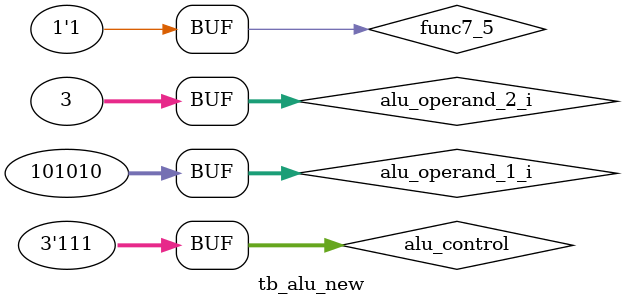
<source format=sv>
module tb_alu_new();
   parameter      DW = 32;
   logic          func7_5;
   logic [DW-1:0] alu_operand_1_i;
   logic [DW-1:0] alu_operand_2_i;
   logic [2:0]    alu_control;
   logic [DW-1:0] alu_result_o;


`timescale 1ns/1ps
alu_new #(
   .DW(DW)
)i_alu_new(
   .func7_5(func7_5),

   .alu_operand_1_i(alu_operand_1_i),
   .alu_operand_2_i(alu_operand_2_i),
   .alu_control(alu_control),
   .alu_result_o(alu_result_o)
);

   initial begin
      alu_operand_1_i = 34; alu_operand_2_i = 3; func7_5 = 0; alu_control = 0;
      #10; alu_control = 1;
      #10; alu_control = 2;
      #10; alu_control = 3;
      #10; alu_control = 4;
      #10; alu_control = 5;
      #10; func7_5 = 1; alu_operand_1_i = 23; alu_operand_2_i = 4;
      #10; alu_operand_1_i = 100; alu_operand_2_i = 5;
      #10; alu_operand_1_i = 1111; alu_operand_2_i = 2;
      #10; alu_operand_1_i = 9999; alu_operand_2_i = 1;
      #10; alu_operand_1_i = 101010; alu_operand_2_i = 3;
      #10; alu_control = 6;
      #10; alu_control = 7;
   end

endmodule
</source>
